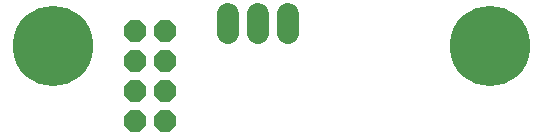
<source format=gbs>
G75*
%MOIN*%
%OFA0B0*%
%FSLAX24Y24*%
%IPPOS*%
%LPD*%
%AMOC8*
5,1,8,0,0,1.08239X$1,22.5*
%
%ADD10C,0.2678*%
%ADD11C,0.0720*%
%ADD12OC8,0.0720*%
D10*
X001874Y004157D03*
X016440Y004157D03*
D11*
X009720Y004597D02*
X009720Y005237D01*
X008720Y005237D02*
X008720Y004597D01*
X007720Y004597D02*
X007720Y005237D01*
D12*
X004602Y001661D03*
X005602Y001661D03*
X005602Y002661D03*
X004602Y002661D03*
X004602Y003661D03*
X005602Y003661D03*
X005602Y004661D03*
X004602Y004661D03*
M02*

</source>
